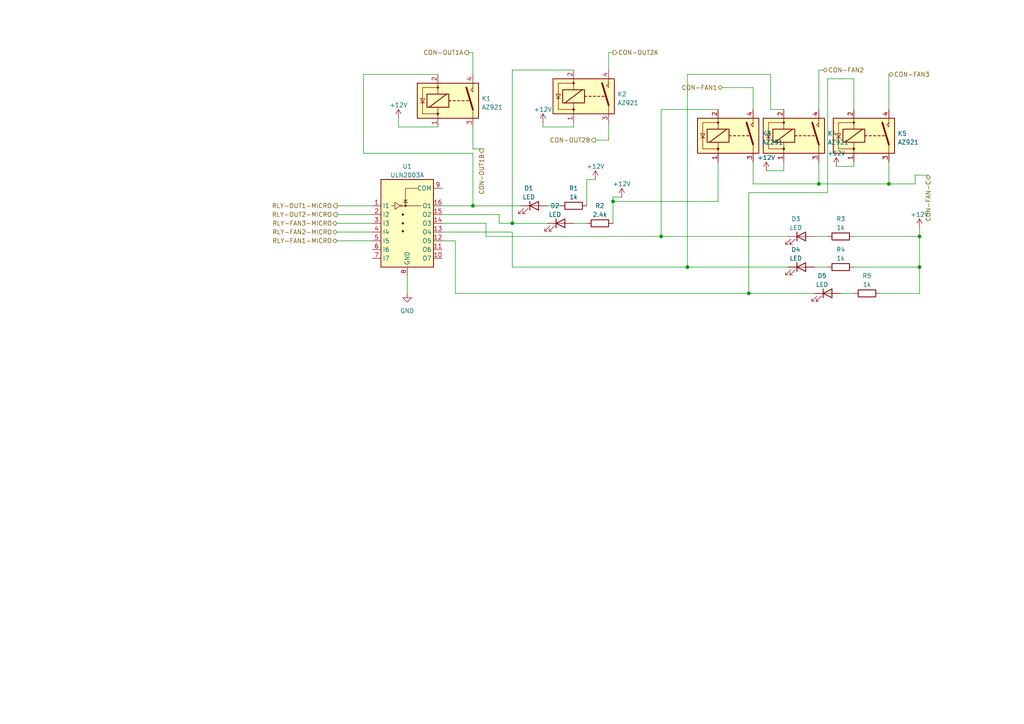
<source format=kicad_sch>
(kicad_sch (version 20230121) (generator eeschema)

  (uuid a0bf2ffc-8bc0-4659-a551-8dfe9375225a)

  (paper "A4")

  (lib_symbols
    (symbol "Device:LED" (pin_numbers hide) (pin_names (offset 1.016) hide) (in_bom yes) (on_board yes)
      (property "Reference" "D" (at 0 2.54 0)
        (effects (font (size 1.27 1.27)))
      )
      (property "Value" "LED" (at 0 -2.54 0)
        (effects (font (size 1.27 1.27)))
      )
      (property "Footprint" "" (at 0 0 0)
        (effects (font (size 1.27 1.27)) hide)
      )
      (property "Datasheet" "~" (at 0 0 0)
        (effects (font (size 1.27 1.27)) hide)
      )
      (property "ki_keywords" "LED diode" (at 0 0 0)
        (effects (font (size 1.27 1.27)) hide)
      )
      (property "ki_description" "Light emitting diode" (at 0 0 0)
        (effects (font (size 1.27 1.27)) hide)
      )
      (property "ki_fp_filters" "LED* LED_SMD:* LED_THT:*" (at 0 0 0)
        (effects (font (size 1.27 1.27)) hide)
      )
      (symbol "LED_0_1"
        (polyline
          (pts
            (xy -1.27 -1.27)
            (xy -1.27 1.27)
          )
          (stroke (width 0.254) (type default))
          (fill (type none))
        )
        (polyline
          (pts
            (xy -1.27 0)
            (xy 1.27 0)
          )
          (stroke (width 0) (type default))
          (fill (type none))
        )
        (polyline
          (pts
            (xy 1.27 -1.27)
            (xy 1.27 1.27)
            (xy -1.27 0)
            (xy 1.27 -1.27)
          )
          (stroke (width 0.254) (type default))
          (fill (type none))
        )
        (polyline
          (pts
            (xy -3.048 -0.762)
            (xy -4.572 -2.286)
            (xy -3.81 -2.286)
            (xy -4.572 -2.286)
            (xy -4.572 -1.524)
          )
          (stroke (width 0) (type default))
          (fill (type none))
        )
        (polyline
          (pts
            (xy -1.778 -0.762)
            (xy -3.302 -2.286)
            (xy -2.54 -2.286)
            (xy -3.302 -2.286)
            (xy -3.302 -1.524)
          )
          (stroke (width 0) (type default))
          (fill (type none))
        )
      )
      (symbol "LED_1_1"
        (pin passive line (at -3.81 0 0) (length 2.54)
          (name "K" (effects (font (size 1.27 1.27))))
          (number "1" (effects (font (size 1.27 1.27))))
        )
        (pin passive line (at 3.81 0 180) (length 2.54)
          (name "A" (effects (font (size 1.27 1.27))))
          (number "2" (effects (font (size 1.27 1.27))))
        )
      )
    )
    (symbol "Device:R" (pin_numbers hide) (pin_names (offset 0)) (in_bom yes) (on_board yes)
      (property "Reference" "R" (at 2.032 0 90)
        (effects (font (size 1.27 1.27)))
      )
      (property "Value" "R" (at 0 0 90)
        (effects (font (size 1.27 1.27)))
      )
      (property "Footprint" "" (at -1.778 0 90)
        (effects (font (size 1.27 1.27)) hide)
      )
      (property "Datasheet" "~" (at 0 0 0)
        (effects (font (size 1.27 1.27)) hide)
      )
      (property "ki_keywords" "R res resistor" (at 0 0 0)
        (effects (font (size 1.27 1.27)) hide)
      )
      (property "ki_description" "Resistor" (at 0 0 0)
        (effects (font (size 1.27 1.27)) hide)
      )
      (property "ki_fp_filters" "R_*" (at 0 0 0)
        (effects (font (size 1.27 1.27)) hide)
      )
      (symbol "R_0_1"
        (rectangle (start -1.016 -2.54) (end 1.016 2.54)
          (stroke (width 0.254) (type default))
          (fill (type none))
        )
      )
      (symbol "R_1_1"
        (pin passive line (at 0 3.81 270) (length 1.27)
          (name "~" (effects (font (size 1.27 1.27))))
          (number "1" (effects (font (size 1.27 1.27))))
        )
        (pin passive line (at 0 -3.81 90) (length 1.27)
          (name "~" (effects (font (size 1.27 1.27))))
          (number "2" (effects (font (size 1.27 1.27))))
        )
      )
    )
    (symbol "Relay:UMS05-1A80-75D" (in_bom yes) (on_board yes)
      (property "Reference" "K" (at 7.62 3.81 0)
        (effects (font (size 1.27 1.27)) (justify left))
      )
      (property "Value" "UMS05-1A80-75D" (at 7.62 1.27 0)
        (effects (font (size 1.27 1.27)) (justify left))
      )
      (property "Footprint" "Relay_THT:Relay_StandexMeder_UMS" (at 7.62 -1.27 0)
        (effects (font (size 1.27 1.27)) (justify left) hide)
      )
      (property "Datasheet" "https://standexelectronics.com/wp-content/uploads/datasheets/43/4305180175d.pdf" (at 0 0 0)
        (effects (font (size 1.27 1.27)) hide)
      )
      (property "ki_keywords" "Single Pole Reed Relay SPST" (at 0 0 0)
        (effects (font (size 1.27 1.27)) hide)
      )
      (property "ki_description" "Standex Meder UMS reed relay, SPST, Closing Contact, with diode" (at 0 0 0)
        (effects (font (size 1.27 1.27)) hide)
      )
      (property "ki_fp_filters" "Relay*StandexMeder*UMS*" (at 0 0 0)
        (effects (font (size 1.27 1.27)) hide)
      )
      (symbol "UMS05-1A80-75D_0_0"
        (polyline
          (pts
            (xy 5.08 5.08)
            (xy 5.08 2.54)
            (xy 4.445 3.175)
            (xy 5.08 3.81)
          )
          (stroke (width 0) (type default))
          (fill (type none))
        )
      )
      (symbol "UMS05-1A80-75D_0_1"
        (rectangle (start -11.049 5.08) (end 6.731 -5.08)
          (stroke (width 0.254) (type default))
          (fill (type background))
        )
        (rectangle (start -8.255 1.905) (end -1.905 -1.905)
          (stroke (width 0.254) (type default))
          (fill (type none))
        )
        (circle (center -5.08 -3.81) (radius 0.2794)
          (stroke (width 0) (type default))
          (fill (type outline))
        )
        (circle (center -5.08 3.81) (radius 0.254)
          (stroke (width 0) (type default))
          (fill (type outline))
        )
        (polyline
          (pts
            (xy -8.89 -0.635)
            (xy -10.16 -0.635)
          )
          (stroke (width 0) (type default))
          (fill (type none))
        )
        (polyline
          (pts
            (xy -7.62 -1.905)
            (xy -2.54 1.905)
          )
          (stroke (width 0.254) (type default))
          (fill (type none))
        )
        (polyline
          (pts
            (xy -5.08 -5.08)
            (xy -5.08 -1.905)
          )
          (stroke (width 0) (type default))
          (fill (type none))
        )
        (polyline
          (pts
            (xy -5.08 5.08)
            (xy -5.08 1.905)
          )
          (stroke (width 0) (type default))
          (fill (type none))
        )
        (polyline
          (pts
            (xy -1.905 0)
            (xy -1.27 0)
          )
          (stroke (width 0.254) (type default))
          (fill (type none))
        )
        (polyline
          (pts
            (xy -0.635 0)
            (xy 0 0)
          )
          (stroke (width 0.254) (type default))
          (fill (type none))
        )
        (polyline
          (pts
            (xy 0.635 0)
            (xy 1.27 0)
          )
          (stroke (width 0.254) (type default))
          (fill (type none))
        )
        (polyline
          (pts
            (xy 1.905 0)
            (xy 2.54 0)
          )
          (stroke (width 0.254) (type default))
          (fill (type none))
        )
        (polyline
          (pts
            (xy 3.175 0)
            (xy 3.81 0)
          )
          (stroke (width 0.254) (type default))
          (fill (type none))
        )
        (polyline
          (pts
            (xy 5.08 -2.54)
            (xy 3.175 3.81)
          )
          (stroke (width 0.508) (type default))
          (fill (type none))
        )
        (polyline
          (pts
            (xy 5.08 -2.54)
            (xy 5.08 -5.08)
          )
          (stroke (width 0) (type default))
          (fill (type none))
        )
        (polyline
          (pts
            (xy -9.525 -0.635)
            (xy -10.16 0.635)
            (xy -8.89 0.635)
            (xy -9.525 -0.635)
          )
          (stroke (width 0) (type default))
          (fill (type none))
        )
        (polyline
          (pts
            (xy -5.08 3.81)
            (xy -9.525 3.81)
            (xy -9.525 -3.81)
            (xy -5.08 -3.81)
          )
          (stroke (width 0) (type default))
          (fill (type none))
        )
      )
      (symbol "UMS05-1A80-75D_1_1"
        (pin passive line (at -5.08 -7.62 90) (length 2.54)
          (name "~" (effects (font (size 1.27 1.27))))
          (number "1" (effects (font (size 1.27 1.27))))
        )
        (pin passive line (at -5.08 7.62 270) (length 2.54)
          (name "~" (effects (font (size 1.27 1.27))))
          (number "2" (effects (font (size 1.27 1.27))))
        )
        (pin passive line (at 5.08 -7.62 90) (length 2.54)
          (name "~" (effects (font (size 1.27 1.27))))
          (number "3" (effects (font (size 1.27 1.27))))
        )
        (pin passive line (at 5.08 7.62 270) (length 2.54)
          (name "~" (effects (font (size 1.27 1.27))))
          (number "4" (effects (font (size 1.27 1.27))))
        )
      )
    )
    (symbol "Transistor_Array:ULN2003A" (in_bom yes) (on_board yes)
      (property "Reference" "U" (at 0 15.875 0)
        (effects (font (size 1.27 1.27)))
      )
      (property "Value" "ULN2003A" (at 0 13.97 0)
        (effects (font (size 1.27 1.27)))
      )
      (property "Footprint" "" (at 1.27 -13.97 0)
        (effects (font (size 1.27 1.27)) (justify left) hide)
      )
      (property "Datasheet" "http://www.ti.com/lit/ds/symlink/uln2003a.pdf" (at 2.54 -5.08 0)
        (effects (font (size 1.27 1.27)) hide)
      )
      (property "ki_keywords" "darlington transistor array" (at 0 0 0)
        (effects (font (size 1.27 1.27)) hide)
      )
      (property "ki_description" "High Voltage, High Current Darlington Transistor Arrays, SOIC16/SOIC16W/DIP16/TSSOP16" (at 0 0 0)
        (effects (font (size 1.27 1.27)) hide)
      )
      (property "ki_fp_filters" "DIP*W7.62mm* SOIC*3.9x9.9mm*P1.27mm* SSOP*4.4x5.2mm*P0.65mm* TSSOP*4.4x5mm*P0.65mm* SOIC*W*5.3x10.2mm*P1.27mm*" (at 0 0 0)
        (effects (font (size 1.27 1.27)) hide)
      )
      (symbol "ULN2003A_0_1"
        (rectangle (start -7.62 -12.7) (end 7.62 12.7)
          (stroke (width 0.254) (type default))
          (fill (type background))
        )
        (circle (center -1.778 5.08) (radius 0.254)
          (stroke (width 0) (type default))
          (fill (type none))
        )
        (circle (center -1.27 -2.286) (radius 0.254)
          (stroke (width 0) (type default))
          (fill (type outline))
        )
        (circle (center -1.27 0) (radius 0.254)
          (stroke (width 0) (type default))
          (fill (type outline))
        )
        (circle (center -1.27 2.54) (radius 0.254)
          (stroke (width 0) (type default))
          (fill (type outline))
        )
        (circle (center -0.508 5.08) (radius 0.254)
          (stroke (width 0) (type default))
          (fill (type outline))
        )
        (polyline
          (pts
            (xy -4.572 5.08)
            (xy -3.556 5.08)
          )
          (stroke (width 0) (type default))
          (fill (type none))
        )
        (polyline
          (pts
            (xy -1.524 5.08)
            (xy 4.064 5.08)
          )
          (stroke (width 0) (type default))
          (fill (type none))
        )
        (polyline
          (pts
            (xy 0 6.731)
            (xy -1.016 6.731)
          )
          (stroke (width 0) (type default))
          (fill (type none))
        )
        (polyline
          (pts
            (xy -0.508 5.08)
            (xy -0.508 10.16)
            (xy 2.921 10.16)
          )
          (stroke (width 0) (type default))
          (fill (type none))
        )
        (polyline
          (pts
            (xy -3.556 6.096)
            (xy -3.556 4.064)
            (xy -2.032 5.08)
            (xy -3.556 6.096)
          )
          (stroke (width 0) (type default))
          (fill (type none))
        )
        (polyline
          (pts
            (xy 0 5.969)
            (xy -1.016 5.969)
            (xy -0.508 6.731)
            (xy 0 5.969)
          )
          (stroke (width 0) (type default))
          (fill (type none))
        )
      )
      (symbol "ULN2003A_1_1"
        (pin input line (at -10.16 5.08 0) (length 2.54)
          (name "I1" (effects (font (size 1.27 1.27))))
          (number "1" (effects (font (size 1.27 1.27))))
        )
        (pin open_collector line (at 10.16 -10.16 180) (length 2.54)
          (name "O7" (effects (font (size 1.27 1.27))))
          (number "10" (effects (font (size 1.27 1.27))))
        )
        (pin open_collector line (at 10.16 -7.62 180) (length 2.54)
          (name "O6" (effects (font (size 1.27 1.27))))
          (number "11" (effects (font (size 1.27 1.27))))
        )
        (pin open_collector line (at 10.16 -5.08 180) (length 2.54)
          (name "O5" (effects (font (size 1.27 1.27))))
          (number "12" (effects (font (size 1.27 1.27))))
        )
        (pin open_collector line (at 10.16 -2.54 180) (length 2.54)
          (name "O4" (effects (font (size 1.27 1.27))))
          (number "13" (effects (font (size 1.27 1.27))))
        )
        (pin open_collector line (at 10.16 0 180) (length 2.54)
          (name "O3" (effects (font (size 1.27 1.27))))
          (number "14" (effects (font (size 1.27 1.27))))
        )
        (pin open_collector line (at 10.16 2.54 180) (length 2.54)
          (name "O2" (effects (font (size 1.27 1.27))))
          (number "15" (effects (font (size 1.27 1.27))))
        )
        (pin open_collector line (at 10.16 5.08 180) (length 2.54)
          (name "O1" (effects (font (size 1.27 1.27))))
          (number "16" (effects (font (size 1.27 1.27))))
        )
        (pin input line (at -10.16 2.54 0) (length 2.54)
          (name "I2" (effects (font (size 1.27 1.27))))
          (number "2" (effects (font (size 1.27 1.27))))
        )
        (pin input line (at -10.16 0 0) (length 2.54)
          (name "I3" (effects (font (size 1.27 1.27))))
          (number "3" (effects (font (size 1.27 1.27))))
        )
        (pin input line (at -10.16 -2.54 0) (length 2.54)
          (name "I4" (effects (font (size 1.27 1.27))))
          (number "4" (effects (font (size 1.27 1.27))))
        )
        (pin input line (at -10.16 -5.08 0) (length 2.54)
          (name "I5" (effects (font (size 1.27 1.27))))
          (number "5" (effects (font (size 1.27 1.27))))
        )
        (pin input line (at -10.16 -7.62 0) (length 2.54)
          (name "I6" (effects (font (size 1.27 1.27))))
          (number "6" (effects (font (size 1.27 1.27))))
        )
        (pin input line (at -10.16 -10.16 0) (length 2.54)
          (name "I7" (effects (font (size 1.27 1.27))))
          (number "7" (effects (font (size 1.27 1.27))))
        )
        (pin power_in line (at 0 -15.24 90) (length 2.54)
          (name "GND" (effects (font (size 1.27 1.27))))
          (number "8" (effects (font (size 1.27 1.27))))
        )
        (pin passive line (at 10.16 10.16 180) (length 2.54)
          (name "COM" (effects (font (size 1.27 1.27))))
          (number "9" (effects (font (size 1.27 1.27))))
        )
      )
    )
    (symbol "power:+12V" (power) (pin_names (offset 0)) (in_bom yes) (on_board yes)
      (property "Reference" "#PWR" (at 0 -3.81 0)
        (effects (font (size 1.27 1.27)) hide)
      )
      (property "Value" "+12V" (at 0 3.556 0)
        (effects (font (size 1.27 1.27)))
      )
      (property "Footprint" "" (at 0 0 0)
        (effects (font (size 1.27 1.27)) hide)
      )
      (property "Datasheet" "" (at 0 0 0)
        (effects (font (size 1.27 1.27)) hide)
      )
      (property "ki_keywords" "global power" (at 0 0 0)
        (effects (font (size 1.27 1.27)) hide)
      )
      (property "ki_description" "Power symbol creates a global label with name \"+12V\"" (at 0 0 0)
        (effects (font (size 1.27 1.27)) hide)
      )
      (symbol "+12V_0_1"
        (polyline
          (pts
            (xy -0.762 1.27)
            (xy 0 2.54)
          )
          (stroke (width 0) (type default))
          (fill (type none))
        )
        (polyline
          (pts
            (xy 0 0)
            (xy 0 2.54)
          )
          (stroke (width 0) (type default))
          (fill (type none))
        )
        (polyline
          (pts
            (xy 0 2.54)
            (xy 0.762 1.27)
          )
          (stroke (width 0) (type default))
          (fill (type none))
        )
      )
      (symbol "+12V_1_1"
        (pin power_in line (at 0 0 90) (length 0) hide
          (name "+12V" (effects (font (size 1.27 1.27))))
          (number "1" (effects (font (size 1.27 1.27))))
        )
      )
    )
    (symbol "power:GND" (power) (pin_names (offset 0)) (in_bom yes) (on_board yes)
      (property "Reference" "#PWR" (at 0 -6.35 0)
        (effects (font (size 1.27 1.27)) hide)
      )
      (property "Value" "GND" (at 0 -3.81 0)
        (effects (font (size 1.27 1.27)))
      )
      (property "Footprint" "" (at 0 0 0)
        (effects (font (size 1.27 1.27)) hide)
      )
      (property "Datasheet" "" (at 0 0 0)
        (effects (font (size 1.27 1.27)) hide)
      )
      (property "ki_keywords" "global power" (at 0 0 0)
        (effects (font (size 1.27 1.27)) hide)
      )
      (property "ki_description" "Power symbol creates a global label with name \"GND\" , ground" (at 0 0 0)
        (effects (font (size 1.27 1.27)) hide)
      )
      (symbol "GND_0_1"
        (polyline
          (pts
            (xy 0 0)
            (xy 0 -1.27)
            (xy 1.27 -1.27)
            (xy 0 -2.54)
            (xy -1.27 -1.27)
            (xy 0 -1.27)
          )
          (stroke (width 0) (type default))
          (fill (type none))
        )
      )
      (symbol "GND_1_1"
        (pin power_in line (at 0 0 270) (length 0) hide
          (name "GND" (effects (font (size 1.27 1.27))))
          (number "1" (effects (font (size 1.27 1.27))))
        )
      )
    )
  )

  (junction (at 137.16 59.69) (diameter 0) (color 0 0 0 0)
    (uuid 020f5333-d9bb-4ac2-be80-b1bbc9ac0546)
  )
  (junction (at 191.77 68.58) (diameter 0) (color 0 0 0 0)
    (uuid 081c1f85-5339-4f42-af5a-7b2fd82b676f)
  )
  (junction (at 266.7 77.47) (diameter 0) (color 0 0 0 0)
    (uuid 37a7fb0b-7af1-4920-adc9-984dc0d0b68d)
  )
  (junction (at 257.81 53.34) (diameter 0) (color 0 0 0 0)
    (uuid 3a47ee51-9ba0-478a-89bc-eb94b93d8213)
  )
  (junction (at 177.8 58.42) (diameter 0) (color 0 0 0 0)
    (uuid 45e63dfb-8501-4830-833c-511bae09c79f)
  )
  (junction (at 266.7 68.58) (diameter 0) (color 0 0 0 0)
    (uuid 9186e5ca-ba56-4a09-abe3-53b0c00ff6b7)
  )
  (junction (at 217.17 85.09) (diameter 0) (color 0 0 0 0)
    (uuid b0db4846-ae6a-4ba1-8dcb-841a6a81ef62)
  )
  (junction (at 237.49 53.34) (diameter 0) (color 0 0 0 0)
    (uuid bc0e6f07-aaf9-4b53-8553-985e443866be)
  )
  (junction (at 199.39 77.47) (diameter 0) (color 0 0 0 0)
    (uuid e43c7674-f008-4790-a3a8-908f70fa270b)
  )
  (junction (at 148.59 64.77) (diameter 0) (color 0 0 0 0)
    (uuid f6141caf-3329-4d32-9edd-bb30ac2ea021)
  )

  (wire (pts (xy 227.33 46.99) (xy 227.33 49.53))
    (stroke (width 0) (type default))
    (uuid 00337a07-dca2-40f1-907a-343c7cf1bb79)
  )
  (wire (pts (xy 118.11 80.01) (xy 118.11 85.09))
    (stroke (width 0) (type default))
    (uuid 015b072e-6466-4a42-9dab-38eaabe37c51)
  )
  (wire (pts (xy 177.8 57.15) (xy 180.34 57.15))
    (stroke (width 0) (type default))
    (uuid 01f4243f-fcf0-4516-934c-f2e4d1154038)
  )
  (wire (pts (xy 105.41 21.59) (xy 105.41 44.45))
    (stroke (width 0) (type default))
    (uuid 074ff43a-fde0-4351-8fe6-dc78b4710137)
  )
  (wire (pts (xy 217.17 85.09) (xy 236.22 85.09))
    (stroke (width 0) (type default))
    (uuid 0924ef8d-847d-42e4-b91a-2ef6aaac29d9)
  )
  (wire (pts (xy 227.33 49.53) (xy 222.25 49.53))
    (stroke (width 0) (type default))
    (uuid 097660a0-3e75-416e-93bb-00e62ea700cc)
  )
  (wire (pts (xy 177.8 58.42) (xy 177.8 57.15))
    (stroke (width 0) (type default))
    (uuid 0c3e9657-cb59-4c24-9155-66f22ae220fa)
  )
  (wire (pts (xy 97.79 69.85) (xy 107.95 69.85))
    (stroke (width 0) (type default))
    (uuid 13ea522d-4ea8-4a29-b82c-19367022ab25)
  )
  (wire (pts (xy 237.49 53.34) (xy 257.81 53.34))
    (stroke (width 0) (type default))
    (uuid 13ec9c19-f618-4508-99bf-5cd90232e7d9)
  )
  (wire (pts (xy 247.65 48.26) (xy 242.57 48.26))
    (stroke (width 0) (type default))
    (uuid 162afe26-e5a3-4d15-8c7c-64a0c655f0d7)
  )
  (wire (pts (xy 199.39 77.47) (xy 228.6 77.47))
    (stroke (width 0) (type default))
    (uuid 1baf9d09-038e-4b6b-80eb-f7f41dd813d1)
  )
  (wire (pts (xy 265.43 50.8) (xy 269.24 50.8))
    (stroke (width 0) (type default))
    (uuid 217c1534-6d8d-4a0c-9d21-fec45f598230)
  )
  (wire (pts (xy 266.7 68.58) (xy 266.7 77.47))
    (stroke (width 0) (type default))
    (uuid 260477f9-de73-4b19-85ef-225ee17e72dd)
  )
  (wire (pts (xy 137.16 43.18) (xy 137.16 36.83))
    (stroke (width 0) (type default))
    (uuid 2bc51dc7-f9d6-40de-ba29-4e462836f586)
  )
  (wire (pts (xy 243.84 85.09) (xy 247.65 85.09))
    (stroke (width 0) (type default))
    (uuid 2cea47ef-0ab0-4403-85c0-5549fac3bdf5)
  )
  (wire (pts (xy 166.37 36.83) (xy 157.48 36.83))
    (stroke (width 0) (type default))
    (uuid 2e403e27-9670-4f00-ade5-a672409f601e)
  )
  (wire (pts (xy 237.49 20.32) (xy 238.76 20.32))
    (stroke (width 0) (type default))
    (uuid 345ca7f9-9a58-4bd4-a5c7-8fb86c6a873a)
  )
  (wire (pts (xy 191.77 68.58) (xy 228.6 68.58))
    (stroke (width 0) (type default))
    (uuid 356e4ea8-9862-47ba-bb96-5b9433ff7eed)
  )
  (wire (pts (xy 148.59 67.31) (xy 148.59 77.47))
    (stroke (width 0) (type default))
    (uuid 36021232-d0cb-4ece-8681-6c7716900636)
  )
  (wire (pts (xy 137.16 59.69) (xy 151.13 59.69))
    (stroke (width 0) (type default))
    (uuid 370efa40-105f-4306-afe0-0da03850befa)
  )
  (wire (pts (xy 137.16 21.59) (xy 137.16 15.24))
    (stroke (width 0) (type default))
    (uuid 3810b5b2-0676-4ffb-bd13-b16522f4da79)
  )
  (wire (pts (xy 257.81 46.99) (xy 257.81 53.34))
    (stroke (width 0) (type default))
    (uuid 4231f286-bb59-4b6b-8a4e-d09480e99d4d)
  )
  (wire (pts (xy 127 36.83) (xy 115.57 36.83))
    (stroke (width 0) (type default))
    (uuid 459c1373-a01c-435a-9364-15a51745f108)
  )
  (wire (pts (xy 208.28 46.99) (xy 208.28 58.42))
    (stroke (width 0) (type default))
    (uuid 4755399a-a85d-4589-8a67-af5c223f72b6)
  )
  (wire (pts (xy 132.08 85.09) (xy 132.08 69.85))
    (stroke (width 0) (type default))
    (uuid 4d233fe4-4651-44a2-b9f6-6ad7362e18a9)
  )
  (wire (pts (xy 170.18 59.69) (xy 170.18 52.07))
    (stroke (width 0) (type default))
    (uuid 4ea3ba2e-282b-4303-ac7d-c2b4b9d21d3b)
  )
  (wire (pts (xy 166.37 20.32) (xy 148.59 20.32))
    (stroke (width 0) (type default))
    (uuid 50965ba1-45e8-4293-be05-0992b97294ef)
  )
  (wire (pts (xy 176.53 15.24) (xy 177.8 15.24))
    (stroke (width 0) (type default))
    (uuid 55886a7b-4969-42dd-921c-8de6a4073870)
  )
  (wire (pts (xy 240.03 55.88) (xy 217.17 55.88))
    (stroke (width 0) (type default))
    (uuid 58d73d2e-9045-4361-92c3-3aa5ac1bf07a)
  )
  (wire (pts (xy 177.8 58.42) (xy 177.8 64.77))
    (stroke (width 0) (type default))
    (uuid 597520cc-8f8e-465a-9b56-a356b83104cb)
  )
  (wire (pts (xy 170.18 52.07) (xy 172.72 52.07))
    (stroke (width 0) (type default))
    (uuid 5de6b760-d827-473b-8642-7278757f15a8)
  )
  (wire (pts (xy 236.22 77.47) (xy 240.03 77.47))
    (stroke (width 0) (type default))
    (uuid 679e44e3-9b67-417a-be79-f0e52dffcbb7)
  )
  (wire (pts (xy 140.97 68.58) (xy 140.97 64.77))
    (stroke (width 0) (type default))
    (uuid 6867e3a4-15d9-4d61-b87a-ed333274b3e9)
  )
  (wire (pts (xy 266.7 66.04) (xy 266.7 68.58))
    (stroke (width 0) (type default))
    (uuid 6ad42156-2966-4cc3-a032-c4b2dbfa19cc)
  )
  (wire (pts (xy 137.16 15.24) (xy 135.89 15.24))
    (stroke (width 0) (type default))
    (uuid 6bad9316-ed17-400c-9af2-8cd989f8a598)
  )
  (wire (pts (xy 157.48 36.83) (xy 157.48 35.56))
    (stroke (width 0) (type default))
    (uuid 6c1fd766-e8c3-4131-8c7f-4332eeed9415)
  )
  (wire (pts (xy 132.08 69.85) (xy 128.27 69.85))
    (stroke (width 0) (type default))
    (uuid 6e8467a6-57c9-44b1-a797-9a1f8ca805ee)
  )
  (wire (pts (xy 148.59 64.77) (xy 158.75 64.77))
    (stroke (width 0) (type default))
    (uuid 73c981d5-e82e-4b05-bf38-b2cce197c91e)
  )
  (wire (pts (xy 148.59 20.32) (xy 148.59 64.77))
    (stroke (width 0) (type default))
    (uuid 78081d9f-6ed2-4229-bd00-24ed9c77c870)
  )
  (wire (pts (xy 97.79 62.23) (xy 107.95 62.23))
    (stroke (width 0) (type default))
    (uuid 7d6bd97c-9eb8-422e-82e1-cd267d2f578b)
  )
  (wire (pts (xy 128.27 67.31) (xy 148.59 67.31))
    (stroke (width 0) (type default))
    (uuid 814c26f3-a1e7-44fc-8da0-07175313d1af)
  )
  (wire (pts (xy 218.44 46.99) (xy 218.44 53.34))
    (stroke (width 0) (type default))
    (uuid 828c31b7-ac52-45f9-81bf-e752c1d1aadb)
  )
  (wire (pts (xy 166.37 35.56) (xy 166.37 36.83))
    (stroke (width 0) (type default))
    (uuid 84db288a-20ba-4135-ae40-203923b48a9b)
  )
  (wire (pts (xy 128.27 62.23) (xy 144.78 62.23))
    (stroke (width 0) (type default))
    (uuid 84f82283-909e-4347-9f28-0ffe871d8c1a)
  )
  (wire (pts (xy 265.43 53.34) (xy 265.43 50.8))
    (stroke (width 0) (type default))
    (uuid 85db60d4-5756-47ea-8dc1-d37bacab4d99)
  )
  (wire (pts (xy 237.49 46.99) (xy 237.49 53.34))
    (stroke (width 0) (type default))
    (uuid 8b3458f3-9b86-46b8-a95f-48babc5d9132)
  )
  (wire (pts (xy 140.97 68.58) (xy 191.77 68.58))
    (stroke (width 0) (type default))
    (uuid 8fb7f578-d4f0-4f8f-9bad-05b2a06d4e68)
  )
  (wire (pts (xy 257.81 53.34) (xy 265.43 53.34))
    (stroke (width 0) (type default))
    (uuid 914647c4-4b40-49f9-8703-0866fbd32644)
  )
  (wire (pts (xy 166.37 64.77) (xy 170.18 64.77))
    (stroke (width 0) (type default))
    (uuid 91ecc29a-05bc-4cae-80cd-fdf7429be124)
  )
  (wire (pts (xy 240.03 22.86) (xy 240.03 55.88))
    (stroke (width 0) (type default))
    (uuid 92f92d2a-ee32-4493-8b5b-6a855f19fd19)
  )
  (wire (pts (xy 223.52 31.75) (xy 223.52 21.59))
    (stroke (width 0) (type default))
    (uuid 940372d2-0f2e-436f-b802-ec4d7a578140)
  )
  (wire (pts (xy 247.65 46.99) (xy 247.65 48.26))
    (stroke (width 0) (type default))
    (uuid 940af940-f53e-4a91-af22-7440b7ca6e1c)
  )
  (wire (pts (xy 255.27 85.09) (xy 266.7 85.09))
    (stroke (width 0) (type default))
    (uuid 94a78ee5-f31b-4444-ad4a-4f88229804da)
  )
  (wire (pts (xy 247.65 31.75) (xy 247.65 22.86))
    (stroke (width 0) (type default))
    (uuid 94c1bd31-959b-431e-893d-017c2facc8b7)
  )
  (wire (pts (xy 158.75 59.69) (xy 162.56 59.69))
    (stroke (width 0) (type default))
    (uuid 96c4b4a0-5e3a-4bae-9f37-a23045dbb978)
  )
  (wire (pts (xy 144.78 64.77) (xy 148.59 64.77))
    (stroke (width 0) (type default))
    (uuid 98c73ef7-e313-49a2-8191-4da34c3d4b28)
  )
  (wire (pts (xy 105.41 44.45) (xy 137.16 44.45))
    (stroke (width 0) (type default))
    (uuid 9efd864c-474b-4dc0-b056-71f2cbef3421)
  )
  (wire (pts (xy 148.59 77.47) (xy 199.39 77.47))
    (stroke (width 0) (type default))
    (uuid 9f76688f-5901-4abb-ae1a-cd755ed2450f)
  )
  (wire (pts (xy 208.28 31.75) (xy 191.77 31.75))
    (stroke (width 0) (type default))
    (uuid a055aab3-54a1-4aba-adb7-cf3eb1663276)
  )
  (wire (pts (xy 97.79 64.77) (xy 107.95 64.77))
    (stroke (width 0) (type default))
    (uuid a1a53087-1ab8-4c75-9071-a8506f3f5786)
  )
  (wire (pts (xy 236.22 68.58) (xy 240.03 68.58))
    (stroke (width 0) (type default))
    (uuid a59a8039-5b15-49b1-b0bd-f0f53318f657)
  )
  (wire (pts (xy 132.08 85.09) (xy 217.17 85.09))
    (stroke (width 0) (type default))
    (uuid ae15b883-3595-45fd-87c8-03eb7d1cf665)
  )
  (wire (pts (xy 199.39 21.59) (xy 199.39 77.47))
    (stroke (width 0) (type default))
    (uuid b015b55b-f17c-4d6b-9b23-5a9959fa99f8)
  )
  (wire (pts (xy 139.7 43.18) (xy 137.16 43.18))
    (stroke (width 0) (type default))
    (uuid b3e4c256-011e-4f6c-8052-edc18ea0837e)
  )
  (wire (pts (xy 218.44 53.34) (xy 237.49 53.34))
    (stroke (width 0) (type default))
    (uuid b6cc2ca0-9941-40e5-a85e-081768e945cc)
  )
  (wire (pts (xy 266.7 77.47) (xy 266.7 85.09))
    (stroke (width 0) (type default))
    (uuid baa2e873-c402-45c0-bc15-1c6d68d101f0)
  )
  (wire (pts (xy 208.28 58.42) (xy 177.8 58.42))
    (stroke (width 0) (type default))
    (uuid bf9aa122-0d50-4ad7-8333-ee7a93af09fb)
  )
  (wire (pts (xy 227.33 31.75) (xy 223.52 31.75))
    (stroke (width 0) (type default))
    (uuid c0dc7ce0-6e87-4640-8677-1c98198a20f4)
  )
  (wire (pts (xy 115.57 36.83) (xy 115.57 34.29))
    (stroke (width 0) (type default))
    (uuid c1a0a456-74d5-44b8-a1e1-174abdcfde98)
  )
  (wire (pts (xy 97.79 67.31) (xy 107.95 67.31))
    (stroke (width 0) (type default))
    (uuid c5183d57-392d-48c3-b84a-10fb404f1bde)
  )
  (wire (pts (xy 176.53 20.32) (xy 176.53 15.24))
    (stroke (width 0) (type default))
    (uuid cd8f1a65-6d40-4d25-8383-c20520b568d1)
  )
  (wire (pts (xy 176.53 40.64) (xy 176.53 35.56))
    (stroke (width 0) (type default))
    (uuid ce9be479-8c52-4421-a46c-075487ccf2b5)
  )
  (wire (pts (xy 223.52 21.59) (xy 199.39 21.59))
    (stroke (width 0) (type default))
    (uuid cf24d5ee-6eff-4fb1-81cf-9d4dec05d9a5)
  )
  (wire (pts (xy 247.65 68.58) (xy 266.7 68.58))
    (stroke (width 0) (type default))
    (uuid d102c864-1bfe-4bea-b170-0850749924e7)
  )
  (wire (pts (xy 247.65 22.86) (xy 240.03 22.86))
    (stroke (width 0) (type default))
    (uuid d130f9a5-7610-4acf-81ec-1bef1188cced)
  )
  (wire (pts (xy 217.17 55.88) (xy 217.17 85.09))
    (stroke (width 0) (type default))
    (uuid d268457b-9b00-43ca-898e-3a386d1e3944)
  )
  (wire (pts (xy 172.72 40.64) (xy 176.53 40.64))
    (stroke (width 0) (type default))
    (uuid d7e0278c-f9d9-43e4-8f8d-c566a05d2d62)
  )
  (wire (pts (xy 127 21.59) (xy 105.41 21.59))
    (stroke (width 0) (type default))
    (uuid d90b81fd-00dc-48b2-a9dd-756b6af2eca7)
  )
  (wire (pts (xy 218.44 31.75) (xy 218.44 25.4))
    (stroke (width 0) (type default))
    (uuid d9cfcc28-c9c2-46b3-bab3-c9e4cab82112)
  )
  (wire (pts (xy 137.16 44.45) (xy 137.16 59.69))
    (stroke (width 0) (type default))
    (uuid e47b1da6-d187-4a1e-9c09-1bef36d517a2)
  )
  (wire (pts (xy 218.44 25.4) (xy 209.55 25.4))
    (stroke (width 0) (type default))
    (uuid e7b61730-3e4a-44ea-b62c-f871fa50df58)
  )
  (wire (pts (xy 257.81 21.59) (xy 257.81 31.75))
    (stroke (width 0) (type default))
    (uuid f16983a0-e8f7-435b-8eb3-1ec1d435dd34)
  )
  (wire (pts (xy 237.49 31.75) (xy 237.49 20.32))
    (stroke (width 0) (type default))
    (uuid f3b832de-6954-4fe1-bcab-f2a16f523b59)
  )
  (wire (pts (xy 144.78 62.23) (xy 144.78 64.77))
    (stroke (width 0) (type default))
    (uuid f3e7f2d8-2707-408e-b27a-e62429fb8dd5)
  )
  (wire (pts (xy 247.65 77.47) (xy 266.7 77.47))
    (stroke (width 0) (type default))
    (uuid f5fc0a74-2bc5-4d65-9b0b-26e4f295aa1a)
  )
  (wire (pts (xy 191.77 31.75) (xy 191.77 68.58))
    (stroke (width 0) (type default))
    (uuid f8953627-7ccd-4c6f-a2ac-52f2f56d7c7c)
  )
  (wire (pts (xy 128.27 64.77) (xy 140.97 64.77))
    (stroke (width 0) (type default))
    (uuid fae7e85c-636c-4bdf-be4d-e900e58484e4)
  )
  (wire (pts (xy 128.27 59.69) (xy 137.16 59.69))
    (stroke (width 0) (type default))
    (uuid fb2bf1d1-1578-4bbd-8fc0-baa7aee8636c)
  )
  (wire (pts (xy 97.79 59.69) (xy 107.95 59.69))
    (stroke (width 0) (type default))
    (uuid ffb67d63-b06a-40ed-9a71-ac9cc229f6ca)
  )

  (hierarchical_label "CON-FAN3" (shape bidirectional) (at 257.81 21.59 0) (fields_autoplaced)
    (effects (font (size 1.27 1.27)) (justify left))
    (uuid 0daa665a-2500-452a-ab5f-805153cfef78)
  )
  (hierarchical_label "CON-OUT1A" (shape output) (at 135.89 15.24 180) (fields_autoplaced)
    (effects (font (size 1.27 1.27)) (justify right))
    (uuid 163e1b37-13df-4ccd-b4c1-86799fdff5c2)
  )
  (hierarchical_label "RLY-FAN3-MICRO" (shape bidirectional) (at 97.79 64.77 180) (fields_autoplaced)
    (effects (font (size 1.27 1.27)) (justify right))
    (uuid 2e4f2d99-bf64-4665-90ab-7702d0b4d7b5)
  )
  (hierarchical_label "RLY-OUT1-MICRO" (shape output) (at 97.79 59.69 180) (fields_autoplaced)
    (effects (font (size 1.27 1.27)) (justify right))
    (uuid 38c8f0ad-ad87-47b3-88cd-2c5f5622df88)
  )
  (hierarchical_label "CON-OUT1B" (shape output) (at 139.7 43.18 270) (fields_autoplaced)
    (effects (font (size 1.27 1.27)) (justify right))
    (uuid 4c38abd4-52cb-4fc9-add4-3eef095c1b02)
  )
  (hierarchical_label "CON-OUT2B" (shape output) (at 172.72 40.64 180) (fields_autoplaced)
    (effects (font (size 1.27 1.27)) (justify right))
    (uuid 662eb021-b2d8-4dd3-9e65-335d09e2a57a)
  )
  (hierarchical_label "RLY-FAN1-MICRO" (shape bidirectional) (at 97.79 69.85 180) (fields_autoplaced)
    (effects (font (size 1.27 1.27)) (justify right))
    (uuid 82b33ade-dc77-4a58-a512-765fcc4e6470)
  )
  (hierarchical_label "CON-OUT2A" (shape output) (at 177.8 15.24 0) (fields_autoplaced)
    (effects (font (size 1.27 1.27)) (justify left))
    (uuid 8de5f3c8-b2f8-43d4-9d58-ff6ac7136347)
  )
  (hierarchical_label "CON-FAN1" (shape bidirectional) (at 209.55 25.4 180) (fields_autoplaced)
    (effects (font (size 1.27 1.27)) (justify right))
    (uuid bbb61420-0872-4004-9eb7-cd134fb1ac62)
  )
  (hierarchical_label "RLY-FAN2-MICRO" (shape bidirectional) (at 97.79 67.31 180) (fields_autoplaced)
    (effects (font (size 1.27 1.27)) (justify right))
    (uuid cc0b524e-75cc-477d-bea2-f6cccc1fcd2c)
  )
  (hierarchical_label "CON-FAN2" (shape bidirectional) (at 238.76 20.32 0) (fields_autoplaced)
    (effects (font (size 1.27 1.27)) (justify left))
    (uuid cf764de1-5fdb-428c-86cc-3291e540a31c)
  )
  (hierarchical_label "RLY-OUT2-MICRO" (shape output) (at 97.79 62.23 180) (fields_autoplaced)
    (effects (font (size 1.27 1.27)) (justify right))
    (uuid de618be2-b715-41bf-862b-5752acca7883)
  )
  (hierarchical_label "CON-FAN-C" (shape bidirectional) (at 269.24 50.8 270) (fields_autoplaced)
    (effects (font (size 1.27 1.27)) (justify right))
    (uuid e25df6a5-9695-4cc1-bfb7-688a08330a90)
  )

  (symbol (lib_id "Device:R") (at 166.37 59.69 270) (unit 1)
    (in_bom yes) (on_board yes) (dnp no) (fields_autoplaced)
    (uuid 16fc142c-81c9-44f0-b19e-7d766e842045)
    (property "Reference" "R1" (at 166.37 54.61 90)
      (effects (font (size 1.27 1.27)))
    )
    (property "Value" "1k" (at 166.37 57.15 90)
      (effects (font (size 1.27 1.27)))
    )
    (property "Footprint" "Resistor_SMD:R_0805_2012Metric_Pad1.20x1.40mm_HandSolder" (at 166.37 57.912 90)
      (effects (font (size 1.27 1.27)) hide)
    )
    (property "Datasheet" "~" (at 166.37 59.69 0)
      (effects (font (size 1.27 1.27)) hide)
    )
    (pin "1" (uuid 683084b8-1bd4-4ceb-afb2-febdbd4794f2))
    (pin "2" (uuid 37710100-0a50-4289-b809-b2eae9b5c93a))
    (instances
      (project "Roomlink"
        (path "/89fa4562-b33b-473b-85be-61cc5cfa855c/7b8793d2-a0eb-4dc9-926a-a0df6f98fe56/2c351e0d-1750-4df1-a7a7-7d46f0bd2907"
          (reference "R1") (unit 1)
        )
      )
    )
  )

  (symbol (lib_id "Transistor_Array:ULN2003A") (at 118.11 64.77 0) (unit 1)
    (in_bom yes) (on_board yes) (dnp no) (fields_autoplaced)
    (uuid 188fa137-dbc6-4977-8692-5824a1c7c190)
    (property "Reference" "U1" (at 118.11 48.26 0)
      (effects (font (size 1.27 1.27)))
    )
    (property "Value" "ULN2003A" (at 118.11 50.8 0)
      (effects (font (size 1.27 1.27)))
    )
    (property "Footprint" "SamacSys_Parts:DIP762W55P254L1940H508Q16N" (at 119.38 78.74 0)
      (effects (font (size 1.27 1.27)) (justify left) hide)
    )
    (property "Datasheet" "http://www.ti.com/lit/ds/symlink/uln2003a.pdf" (at 120.65 69.85 0)
      (effects (font (size 1.27 1.27)) hide)
    )
    (pin "1" (uuid cc51809a-b354-4795-80eb-e8f507591eed))
    (pin "10" (uuid e125bc9f-5dbc-42e6-a6b6-fc09ccf87207))
    (pin "11" (uuid 34293a59-56fc-4e6d-b991-7715fe5dcba3))
    (pin "12" (uuid 5466ad30-e6a8-4586-83eb-c174a506d220))
    (pin "13" (uuid bbaf93d1-a451-4541-a300-d319ecd68aaf))
    (pin "14" (uuid ca247f24-a69c-4bd1-a9cb-21f853a9409d))
    (pin "15" (uuid 2536acde-4f52-4a3e-a4a8-733f850b373f))
    (pin "16" (uuid d1156397-e8d1-441a-9240-4675008a9ba5))
    (pin "2" (uuid 47759584-1461-495a-a24f-c0d22e48a873))
    (pin "3" (uuid 1a1fec19-a2a8-4ac7-9e08-d44399b9a689))
    (pin "4" (uuid b34f0094-f110-4c30-8df0-44280754d987))
    (pin "5" (uuid f09a2020-11bd-434d-839e-ead0ff24ed49))
    (pin "6" (uuid 0c7e44c9-a82e-41ed-ba9e-1fca797f2f15))
    (pin "7" (uuid a42d7679-8f8a-49a9-97c0-c656523ae8e3))
    (pin "8" (uuid 88f6acbc-ef71-4c8c-adb6-f62468e95c40))
    (pin "9" (uuid 749f2918-2d8a-4338-badf-d01481f54e54))
    (instances
      (project "Roomlink"
        (path "/89fa4562-b33b-473b-85be-61cc5cfa855c/7b8793d2-a0eb-4dc9-926a-a0df6f98fe56/2c351e0d-1750-4df1-a7a7-7d46f0bd2907"
          (reference "U1") (unit 1)
        )
      )
    )
  )

  (symbol (lib_id "Relay:UMS05-1A80-75D") (at 232.41 39.37 0) (unit 1)
    (in_bom yes) (on_board yes) (dnp no) (fields_autoplaced)
    (uuid 1cf370f8-cf2a-472f-a143-b0b31851052d)
    (property "Reference" "K4" (at 240.03 38.735 0)
      (effects (font (size 1.27 1.27)) (justify left))
    )
    (property "Value" "AZ921" (at 240.03 41.275 0)
      (effects (font (size 1.27 1.27)) (justify left))
    )
    (property "Footprint" "SamacSys_Parts:AZ921" (at 240.03 40.64 0)
      (effects (font (size 1.27 1.27)) (justify left) hide)
    )
    (property "Datasheet" "https://standexelectronics.com/wp-content/uploads/datasheets/43/4305180175d.pdf" (at 232.41 39.37 0)
      (effects (font (size 1.27 1.27)) hide)
    )
    (pin "1" (uuid 1380d9a5-ebad-44d7-a106-eceadfa77290))
    (pin "2" (uuid 51d9dc87-e79c-493b-993b-df69134cd7d9))
    (pin "3" (uuid 594dfe92-1b27-4470-a23b-8c95043a9cdd))
    (pin "4" (uuid a518de79-5cb7-4eb9-82ca-56ffadc9b140))
    (instances
      (project "Roomlink"
        (path "/89fa4562-b33b-473b-85be-61cc5cfa855c/7b8793d2-a0eb-4dc9-926a-a0df6f98fe56/2c351e0d-1750-4df1-a7a7-7d46f0bd2907"
          (reference "K4") (unit 1)
        )
      )
    )
  )

  (symbol (lib_id "power:+12V") (at 172.72 52.07 0) (unit 1)
    (in_bom yes) (on_board yes) (dnp no) (fields_autoplaced)
    (uuid 210b638f-0d57-4cc6-8d0c-025deac31cd8)
    (property "Reference" "#PWR02" (at 172.72 55.88 0)
      (effects (font (size 1.27 1.27)) hide)
    )
    (property "Value" "+12V" (at 172.72 48.26 0)
      (effects (font (size 1.27 1.27)))
    )
    (property "Footprint" "" (at 172.72 52.07 0)
      (effects (font (size 1.27 1.27)) hide)
    )
    (property "Datasheet" "" (at 172.72 52.07 0)
      (effects (font (size 1.27 1.27)) hide)
    )
    (pin "1" (uuid 3c2f3577-90ab-4b4a-8722-61eefe4a6ddb))
    (instances
      (project "Roomlink"
        (path "/89fa4562-b33b-473b-85be-61cc5cfa855c/7b8793d2-a0eb-4dc9-926a-a0df6f98fe56/2c351e0d-1750-4df1-a7a7-7d46f0bd2907"
          (reference "#PWR02") (unit 1)
        )
      )
    )
  )

  (symbol (lib_id "Device:LED") (at 162.56 64.77 0) (unit 1)
    (in_bom yes) (on_board yes) (dnp no) (fields_autoplaced)
    (uuid 233e5145-0a2a-4ab4-9ef5-dd9ce921a96c)
    (property "Reference" "D2" (at 160.9725 59.69 0)
      (effects (font (size 1.27 1.27)))
    )
    (property "Value" "LED" (at 160.9725 62.23 0)
      (effects (font (size 1.27 1.27)))
    )
    (property "Footprint" "LED_SMD:LED_0805_2012Metric_Pad1.15x1.40mm_HandSolder" (at 162.56 64.77 0)
      (effects (font (size 1.27 1.27)) hide)
    )
    (property "Datasheet" "~" (at 162.56 64.77 0)
      (effects (font (size 1.27 1.27)) hide)
    )
    (pin "1" (uuid 2d37bea7-45a4-4b67-a442-99bf224a80d1))
    (pin "2" (uuid 23c2a2d5-4409-44dc-a6c5-f90a5b544dd5))
    (instances
      (project "Roomlink"
        (path "/89fa4562-b33b-473b-85be-61cc5cfa855c/7b8793d2-a0eb-4dc9-926a-a0df6f98fe56/2c351e0d-1750-4df1-a7a7-7d46f0bd2907"
          (reference "D2") (unit 1)
        )
      )
    )
  )

  (symbol (lib_id "power:+12V") (at 222.25 49.53 0) (unit 1)
    (in_bom yes) (on_board yes) (dnp no) (fields_autoplaced)
    (uuid 262aa282-27a9-4bf1-8044-611d3bb5b02c)
    (property "Reference" "#PWR06" (at 222.25 53.34 0)
      (effects (font (size 1.27 1.27)) hide)
    )
    (property "Value" "+12V" (at 222.25 45.72 0)
      (effects (font (size 1.27 1.27)))
    )
    (property "Footprint" "" (at 222.25 49.53 0)
      (effects (font (size 1.27 1.27)) hide)
    )
    (property "Datasheet" "" (at 222.25 49.53 0)
      (effects (font (size 1.27 1.27)) hide)
    )
    (pin "1" (uuid bb9b8f05-11a8-46c5-9107-36ad7fd46be4))
    (instances
      (project "Roomlink"
        (path "/89fa4562-b33b-473b-85be-61cc5cfa855c/7b8793d2-a0eb-4dc9-926a-a0df6f98fe56/2c351e0d-1750-4df1-a7a7-7d46f0bd2907"
          (reference "#PWR06") (unit 1)
        )
      )
    )
  )

  (symbol (lib_id "Device:R") (at 173.99 64.77 270) (unit 1)
    (in_bom yes) (on_board yes) (dnp no) (fields_autoplaced)
    (uuid 3c3f743b-1c7d-4446-8e4b-87de9c0cf65f)
    (property "Reference" "R2" (at 173.99 59.69 90)
      (effects (font (size 1.27 1.27)))
    )
    (property "Value" "2.4k" (at 173.99 62.23 90)
      (effects (font (size 1.27 1.27)))
    )
    (property "Footprint" "Resistor_SMD:R_0805_2012Metric_Pad1.20x1.40mm_HandSolder" (at 173.99 62.992 90)
      (effects (font (size 1.27 1.27)) hide)
    )
    (property "Datasheet" "~" (at 173.99 64.77 0)
      (effects (font (size 1.27 1.27)) hide)
    )
    (pin "1" (uuid 87b03485-842a-4c0a-80a6-29917e494540))
    (pin "2" (uuid fed16c23-c656-405f-9a0c-710100c15c6b))
    (instances
      (project "Roomlink"
        (path "/89fa4562-b33b-473b-85be-61cc5cfa855c/7b8793d2-a0eb-4dc9-926a-a0df6f98fe56/2c351e0d-1750-4df1-a7a7-7d46f0bd2907"
          (reference "R2") (unit 1)
        )
      )
    )
  )

  (symbol (lib_id "power:+12V") (at 157.48 35.56 0) (unit 1)
    (in_bom yes) (on_board yes) (dnp no) (fields_autoplaced)
    (uuid 3fe05fa4-63a9-43e0-b030-18542e752295)
    (property "Reference" "#PWR04" (at 157.48 39.37 0)
      (effects (font (size 1.27 1.27)) hide)
    )
    (property "Value" "+12V" (at 157.48 31.75 0)
      (effects (font (size 1.27 1.27)))
    )
    (property "Footprint" "" (at 157.48 35.56 0)
      (effects (font (size 1.27 1.27)) hide)
    )
    (property "Datasheet" "" (at 157.48 35.56 0)
      (effects (font (size 1.27 1.27)) hide)
    )
    (pin "1" (uuid b8ce06c8-3a82-4cc9-a4be-dafdacaa4344))
    (instances
      (project "Roomlink"
        (path "/89fa4562-b33b-473b-85be-61cc5cfa855c/7b8793d2-a0eb-4dc9-926a-a0df6f98fe56/2c351e0d-1750-4df1-a7a7-7d46f0bd2907"
          (reference "#PWR04") (unit 1)
        )
      )
    )
  )

  (symbol (lib_id "Relay:UMS05-1A80-75D") (at 213.36 39.37 0) (unit 1)
    (in_bom yes) (on_board yes) (dnp no) (fields_autoplaced)
    (uuid 42e8a470-426e-45d2-8908-b79bd6ce895e)
    (property "Reference" "K3" (at 220.98 38.735 0)
      (effects (font (size 1.27 1.27)) (justify left))
    )
    (property "Value" "AZ291" (at 220.98 41.275 0)
      (effects (font (size 1.27 1.27)) (justify left))
    )
    (property "Footprint" "SamacSys_Parts:AZ921" (at 220.98 40.64 0)
      (effects (font (size 1.27 1.27)) (justify left) hide)
    )
    (property "Datasheet" "https://standexelectronics.com/wp-content/uploads/datasheets/43/4305180175d.pdf" (at 213.36 39.37 0)
      (effects (font (size 1.27 1.27)) hide)
    )
    (pin "1" (uuid e0f8c488-8745-4877-ac1d-f8afd6654f3c))
    (pin "2" (uuid 535b6141-536f-4aca-b127-722509097339))
    (pin "3" (uuid c7e10c55-86e7-4d08-b603-b2964156b965))
    (pin "4" (uuid 5c538ccb-a849-4f5e-81be-a387b1410512))
    (instances
      (project "Roomlink"
        (path "/89fa4562-b33b-473b-85be-61cc5cfa855c/7b8793d2-a0eb-4dc9-926a-a0df6f98fe56/2c351e0d-1750-4df1-a7a7-7d46f0bd2907"
          (reference "K3") (unit 1)
        )
      )
    )
  )

  (symbol (lib_id "Relay:UMS05-1A80-75D") (at 252.73 39.37 0) (unit 1)
    (in_bom yes) (on_board yes) (dnp no) (fields_autoplaced)
    (uuid 4725193c-244b-4895-bdd6-9859e70b6aa7)
    (property "Reference" "K5" (at 260.35 38.735 0)
      (effects (font (size 1.27 1.27)) (justify left))
    )
    (property "Value" "AZ921" (at 260.35 41.275 0)
      (effects (font (size 1.27 1.27)) (justify left))
    )
    (property "Footprint" "SamacSys_Parts:AZ921" (at 260.35 40.64 0)
      (effects (font (size 1.27 1.27)) (justify left) hide)
    )
    (property "Datasheet" "https://standexelectronics.com/wp-content/uploads/datasheets/43/4305180175d.pdf" (at 252.73 39.37 0)
      (effects (font (size 1.27 1.27)) hide)
    )
    (pin "1" (uuid fed3a4c7-d231-4d4d-961a-6f3481604049))
    (pin "2" (uuid 140777fa-cf97-4772-8478-937c369bc623))
    (pin "3" (uuid c389bfac-1421-40e5-a3d8-1fd2531f89e3))
    (pin "4" (uuid 3322baee-07b6-4ea4-87d0-6514375b0bbb))
    (instances
      (project "Roomlink"
        (path "/89fa4562-b33b-473b-85be-61cc5cfa855c/7b8793d2-a0eb-4dc9-926a-a0df6f98fe56/2c351e0d-1750-4df1-a7a7-7d46f0bd2907"
          (reference "K5") (unit 1)
        )
      )
    )
  )

  (symbol (lib_id "power:+12V") (at 242.57 48.26 0) (unit 1)
    (in_bom yes) (on_board yes) (dnp no) (fields_autoplaced)
    (uuid 4b7b9cdf-e2ee-416f-aef3-cc09df19535a)
    (property "Reference" "#PWR07" (at 242.57 52.07 0)
      (effects (font (size 1.27 1.27)) hide)
    )
    (property "Value" "+12V" (at 242.57 44.45 0)
      (effects (font (size 1.27 1.27)))
    )
    (property "Footprint" "" (at 242.57 48.26 0)
      (effects (font (size 1.27 1.27)) hide)
    )
    (property "Datasheet" "" (at 242.57 48.26 0)
      (effects (font (size 1.27 1.27)) hide)
    )
    (pin "1" (uuid 8825b200-e53d-4331-9c64-5aa9ec482df9))
    (instances
      (project "Roomlink"
        (path "/89fa4562-b33b-473b-85be-61cc5cfa855c/7b8793d2-a0eb-4dc9-926a-a0df6f98fe56/2c351e0d-1750-4df1-a7a7-7d46f0bd2907"
          (reference "#PWR07") (unit 1)
        )
      )
    )
  )

  (symbol (lib_id "power:+12V") (at 115.57 34.29 0) (unit 1)
    (in_bom yes) (on_board yes) (dnp no) (fields_autoplaced)
    (uuid 562f778b-6a85-46ac-bc24-c852e52f9216)
    (property "Reference" "#PWR01" (at 115.57 38.1 0)
      (effects (font (size 1.27 1.27)) hide)
    )
    (property "Value" "+12V" (at 115.57 30.48 0)
      (effects (font (size 1.27 1.27)))
    )
    (property "Footprint" "" (at 115.57 34.29 0)
      (effects (font (size 1.27 1.27)) hide)
    )
    (property "Datasheet" "" (at 115.57 34.29 0)
      (effects (font (size 1.27 1.27)) hide)
    )
    (pin "1" (uuid 540171ec-3994-4dae-a876-b762a78171c9))
    (instances
      (project "Roomlink"
        (path "/89fa4562-b33b-473b-85be-61cc5cfa855c/7b8793d2-a0eb-4dc9-926a-a0df6f98fe56/2c351e0d-1750-4df1-a7a7-7d46f0bd2907"
          (reference "#PWR01") (unit 1)
        )
      )
    )
  )

  (symbol (lib_id "Device:R") (at 243.84 77.47 270) (unit 1)
    (in_bom yes) (on_board yes) (dnp no) (fields_autoplaced)
    (uuid 5d506c25-da53-4a73-90d5-452c9ddcc9c6)
    (property "Reference" "R4" (at 243.84 72.39 90)
      (effects (font (size 1.27 1.27)))
    )
    (property "Value" "1k" (at 243.84 74.93 90)
      (effects (font (size 1.27 1.27)))
    )
    (property "Footprint" "Resistor_SMD:R_0805_2012Metric_Pad1.20x1.40mm_HandSolder" (at 243.84 75.692 90)
      (effects (font (size 1.27 1.27)) hide)
    )
    (property "Datasheet" "~" (at 243.84 77.47 0)
      (effects (font (size 1.27 1.27)) hide)
    )
    (pin "1" (uuid 3a3a70af-8468-49c2-813f-292bb490bd15))
    (pin "2" (uuid 953bb6af-511a-45e9-9f50-4e781fe0e687))
    (instances
      (project "Roomlink"
        (path "/89fa4562-b33b-473b-85be-61cc5cfa855c/7b8793d2-a0eb-4dc9-926a-a0df6f98fe56/2c351e0d-1750-4df1-a7a7-7d46f0bd2907"
          (reference "R4") (unit 1)
        )
      )
    )
  )

  (symbol (lib_id "power:+12V") (at 180.34 57.15 0) (unit 1)
    (in_bom yes) (on_board yes) (dnp no) (fields_autoplaced)
    (uuid 5fb89a9b-cae4-4f18-9456-5b2bcf75d0f1)
    (property "Reference" "#PWR03" (at 180.34 60.96 0)
      (effects (font (size 1.27 1.27)) hide)
    )
    (property "Value" "+12V" (at 180.34 53.34 0)
      (effects (font (size 1.27 1.27)))
    )
    (property "Footprint" "" (at 180.34 57.15 0)
      (effects (font (size 1.27 1.27)) hide)
    )
    (property "Datasheet" "" (at 180.34 57.15 0)
      (effects (font (size 1.27 1.27)) hide)
    )
    (pin "1" (uuid 77000b99-904b-4554-8c0f-bd8538795370))
    (instances
      (project "Roomlink"
        (path "/89fa4562-b33b-473b-85be-61cc5cfa855c/7b8793d2-a0eb-4dc9-926a-a0df6f98fe56/2c351e0d-1750-4df1-a7a7-7d46f0bd2907"
          (reference "#PWR03") (unit 1)
        )
      )
    )
  )

  (symbol (lib_id "Device:R") (at 243.84 68.58 270) (unit 1)
    (in_bom yes) (on_board yes) (dnp no) (fields_autoplaced)
    (uuid 6cf0c10c-1fb1-4843-906e-24093f9182c0)
    (property "Reference" "R3" (at 243.84 63.5 90)
      (effects (font (size 1.27 1.27)))
    )
    (property "Value" "1k" (at 243.84 66.04 90)
      (effects (font (size 1.27 1.27)))
    )
    (property "Footprint" "Resistor_SMD:R_0805_2012Metric_Pad1.20x1.40mm_HandSolder" (at 243.84 66.802 90)
      (effects (font (size 1.27 1.27)) hide)
    )
    (property "Datasheet" "~" (at 243.84 68.58 0)
      (effects (font (size 1.27 1.27)) hide)
    )
    (pin "1" (uuid 000a729d-e946-4d31-b6d2-daa213971553))
    (pin "2" (uuid b799e832-c0ed-4416-987e-dcb6f7843959))
    (instances
      (project "Roomlink"
        (path "/89fa4562-b33b-473b-85be-61cc5cfa855c/7b8793d2-a0eb-4dc9-926a-a0df6f98fe56/2c351e0d-1750-4df1-a7a7-7d46f0bd2907"
          (reference "R3") (unit 1)
        )
      )
    )
  )

  (symbol (lib_id "Device:LED") (at 154.94 59.69 0) (unit 1)
    (in_bom yes) (on_board yes) (dnp no) (fields_autoplaced)
    (uuid 7c775b33-a23d-470c-8306-4cafe5f202b3)
    (property "Reference" "D1" (at 153.3525 54.61 0)
      (effects (font (size 1.27 1.27)))
    )
    (property "Value" "LED" (at 153.3525 57.15 0)
      (effects (font (size 1.27 1.27)))
    )
    (property "Footprint" "LED_SMD:LED_0805_2012Metric_Pad1.15x1.40mm_HandSolder" (at 154.94 59.69 0)
      (effects (font (size 1.27 1.27)) hide)
    )
    (property "Datasheet" "~" (at 154.94 59.69 0)
      (effects (font (size 1.27 1.27)) hide)
    )
    (pin "1" (uuid 006a95bb-2196-49fc-993d-70cf68129aed))
    (pin "2" (uuid 33906cfc-0a82-496f-9a87-d0ae12ba4f46))
    (instances
      (project "Roomlink"
        (path "/89fa4562-b33b-473b-85be-61cc5cfa855c/7b8793d2-a0eb-4dc9-926a-a0df6f98fe56/2c351e0d-1750-4df1-a7a7-7d46f0bd2907"
          (reference "D1") (unit 1)
        )
      )
    )
  )

  (symbol (lib_id "Device:R") (at 251.46 85.09 270) (unit 1)
    (in_bom yes) (on_board yes) (dnp no) (fields_autoplaced)
    (uuid a23e4235-9537-4723-ac05-22bfbd4167b2)
    (property "Reference" "R5" (at 251.46 80.01 90)
      (effects (font (size 1.27 1.27)))
    )
    (property "Value" "1k" (at 251.46 82.55 90)
      (effects (font (size 1.27 1.27)))
    )
    (property "Footprint" "Resistor_SMD:R_0805_2012Metric_Pad1.20x1.40mm_HandSolder" (at 251.46 83.312 90)
      (effects (font (size 1.27 1.27)) hide)
    )
    (property "Datasheet" "~" (at 251.46 85.09 0)
      (effects (font (size 1.27 1.27)) hide)
    )
    (pin "1" (uuid 6c51514d-81a7-435e-a283-adda8c204cc8))
    (pin "2" (uuid 0e6a2927-78b8-4556-a5bd-d158683a2149))
    (instances
      (project "Roomlink"
        (path "/89fa4562-b33b-473b-85be-61cc5cfa855c/7b8793d2-a0eb-4dc9-926a-a0df6f98fe56/2c351e0d-1750-4df1-a7a7-7d46f0bd2907"
          (reference "R5") (unit 1)
        )
      )
    )
  )

  (symbol (lib_id "Device:LED") (at 232.41 77.47 0) (unit 1)
    (in_bom yes) (on_board yes) (dnp no) (fields_autoplaced)
    (uuid c67c9bfc-2047-41dd-afb1-a82453e0e101)
    (property "Reference" "D4" (at 230.8225 72.39 0)
      (effects (font (size 1.27 1.27)))
    )
    (property "Value" "LED" (at 230.8225 74.93 0)
      (effects (font (size 1.27 1.27)))
    )
    (property "Footprint" "LED_SMD:LED_0805_2012Metric_Pad1.15x1.40mm_HandSolder" (at 232.41 77.47 0)
      (effects (font (size 1.27 1.27)) hide)
    )
    (property "Datasheet" "~" (at 232.41 77.47 0)
      (effects (font (size 1.27 1.27)) hide)
    )
    (pin "1" (uuid 38463805-c944-4795-8068-b846c62fe100))
    (pin "2" (uuid 1cc12558-a25d-4748-943c-12c301defc9c))
    (instances
      (project "Roomlink"
        (path "/89fa4562-b33b-473b-85be-61cc5cfa855c/7b8793d2-a0eb-4dc9-926a-a0df6f98fe56/2c351e0d-1750-4df1-a7a7-7d46f0bd2907"
          (reference "D4") (unit 1)
        )
      )
    )
  )

  (symbol (lib_id "Relay:UMS05-1A80-75D") (at 132.08 29.21 0) (unit 1)
    (in_bom yes) (on_board yes) (dnp no) (fields_autoplaced)
    (uuid c6dbb2e5-4aea-422d-b38d-586703522ff1)
    (property "Reference" "K1" (at 139.7 28.575 0)
      (effects (font (size 1.27 1.27)) (justify left))
    )
    (property "Value" "AZ921" (at 139.7 31.115 0)
      (effects (font (size 1.27 1.27)) (justify left))
    )
    (property "Footprint" "SamacSys_Parts:AZ921" (at 139.7 30.48 0)
      (effects (font (size 1.27 1.27)) (justify left) hide)
    )
    (property "Datasheet" "https://standexelectronics.com/wp-content/uploads/datasheets/43/4305180175d.pdf" (at 132.08 29.21 0)
      (effects (font (size 1.27 1.27)) hide)
    )
    (pin "1" (uuid 42dd8585-c27f-4847-a1a5-6f292a9e15a6))
    (pin "2" (uuid c49200c4-9ff0-45dd-a546-04838ccd4380))
    (pin "3" (uuid 40ea8802-cc56-4016-acce-65d668d9d42c))
    (pin "4" (uuid 1f21ddcd-14fc-42e8-9c13-2d6574635c4f))
    (instances
      (project "Roomlink"
        (path "/89fa4562-b33b-473b-85be-61cc5cfa855c/7b8793d2-a0eb-4dc9-926a-a0df6f98fe56/2c351e0d-1750-4df1-a7a7-7d46f0bd2907"
          (reference "K1") (unit 1)
        )
      )
    )
  )

  (symbol (lib_id "power:+12V") (at 266.7 66.04 0) (unit 1)
    (in_bom yes) (on_board yes) (dnp no) (fields_autoplaced)
    (uuid d3425b46-bb8d-4f25-929b-8f59a344cfc1)
    (property "Reference" "#PWR08" (at 266.7 69.85 0)
      (effects (font (size 1.27 1.27)) hide)
    )
    (property "Value" "+12V" (at 266.7 62.23 0)
      (effects (font (size 1.27 1.27)))
    )
    (property "Footprint" "" (at 266.7 66.04 0)
      (effects (font (size 1.27 1.27)) hide)
    )
    (property "Datasheet" "" (at 266.7 66.04 0)
      (effects (font (size 1.27 1.27)) hide)
    )
    (pin "1" (uuid 0f4b6e69-bb59-41e9-b842-d1311139ca17))
    (instances
      (project "Roomlink"
        (path "/89fa4562-b33b-473b-85be-61cc5cfa855c/7b8793d2-a0eb-4dc9-926a-a0df6f98fe56/2c351e0d-1750-4df1-a7a7-7d46f0bd2907"
          (reference "#PWR08") (unit 1)
        )
      )
    )
  )

  (symbol (lib_id "power:GND") (at 118.11 85.09 0) (unit 1)
    (in_bom yes) (on_board yes) (dnp no) (fields_autoplaced)
    (uuid d347e20b-2644-453b-9519-ba8a0acfe255)
    (property "Reference" "#PWR05" (at 118.11 91.44 0)
      (effects (font (size 1.27 1.27)) hide)
    )
    (property "Value" "GND" (at 118.11 90.17 0)
      (effects (font (size 1.27 1.27)))
    )
    (property "Footprint" "" (at 118.11 85.09 0)
      (effects (font (size 1.27 1.27)) hide)
    )
    (property "Datasheet" "" (at 118.11 85.09 0)
      (effects (font (size 1.27 1.27)) hide)
    )
    (pin "1" (uuid ede2c4e8-b0c4-4f39-9411-0f9a7e840d60))
    (instances
      (project "Roomlink"
        (path "/89fa4562-b33b-473b-85be-61cc5cfa855c/7b8793d2-a0eb-4dc9-926a-a0df6f98fe56/2c351e0d-1750-4df1-a7a7-7d46f0bd2907"
          (reference "#PWR05") (unit 1)
        )
      )
    )
  )

  (symbol (lib_id "Relay:UMS05-1A80-75D") (at 171.45 27.94 0) (unit 1)
    (in_bom yes) (on_board yes) (dnp no) (fields_autoplaced)
    (uuid d868182c-998a-4f63-a260-43af948e88e0)
    (property "Reference" "K2" (at 179.07 27.305 0)
      (effects (font (size 1.27 1.27)) (justify left))
    )
    (property "Value" "AZ921" (at 179.07 29.845 0)
      (effects (font (size 1.27 1.27)) (justify left))
    )
    (property "Footprint" "SamacSys_Parts:AZ921" (at 179.07 29.21 0)
      (effects (font (size 1.27 1.27)) (justify left) hide)
    )
    (property "Datasheet" "https://standexelectronics.com/wp-content/uploads/datasheets/43/4305180175d.pdf" (at 171.45 27.94 0)
      (effects (font (size 1.27 1.27)) hide)
    )
    (pin "1" (uuid 610b97a6-9377-4947-aabd-4e62a09b4a19))
    (pin "2" (uuid 9b6fcd43-c091-4afc-ad42-53e9cdc3239f))
    (pin "3" (uuid 5373ac24-ef00-4321-a3d9-89bae41eb00f))
    (pin "4" (uuid b1f75c0b-50bc-4c9f-b3dc-1fac1246abed))
    (instances
      (project "Roomlink"
        (path "/89fa4562-b33b-473b-85be-61cc5cfa855c/7b8793d2-a0eb-4dc9-926a-a0df6f98fe56/2c351e0d-1750-4df1-a7a7-7d46f0bd2907"
          (reference "K2") (unit 1)
        )
      )
    )
  )

  (symbol (lib_id "Device:LED") (at 232.41 68.58 0) (unit 1)
    (in_bom yes) (on_board yes) (dnp no) (fields_autoplaced)
    (uuid ebecea02-6916-4ffe-9179-c09079e68263)
    (property "Reference" "D3" (at 230.8225 63.5 0)
      (effects (font (size 1.27 1.27)))
    )
    (property "Value" "LED" (at 230.8225 66.04 0)
      (effects (font (size 1.27 1.27)))
    )
    (property "Footprint" "LED_SMD:LED_0805_2012Metric_Pad1.15x1.40mm_HandSolder" (at 232.41 68.58 0)
      (effects (font (size 1.27 1.27)) hide)
    )
    (property "Datasheet" "~" (at 232.41 68.58 0)
      (effects (font (size 1.27 1.27)) hide)
    )
    (pin "1" (uuid aa4dcb6e-4dfe-405b-8f64-e6862a2486f4))
    (pin "2" (uuid 95b943bb-7166-47c8-96d6-e1a71d20f254))
    (instances
      (project "Roomlink"
        (path "/89fa4562-b33b-473b-85be-61cc5cfa855c/7b8793d2-a0eb-4dc9-926a-a0df6f98fe56/2c351e0d-1750-4df1-a7a7-7d46f0bd2907"
          (reference "D3") (unit 1)
        )
      )
    )
  )

  (symbol (lib_id "Device:LED") (at 240.03 85.09 0) (unit 1)
    (in_bom yes) (on_board yes) (dnp no) (fields_autoplaced)
    (uuid ff55037e-02e1-46fd-bbcd-0dc580a90f16)
    (property "Reference" "D5" (at 238.4425 80.01 0)
      (effects (font (size 1.27 1.27)))
    )
    (property "Value" "LED" (at 238.4425 82.55 0)
      (effects (font (size 1.27 1.27)))
    )
    (property "Footprint" "LED_SMD:LED_0805_2012Metric_Pad1.15x1.40mm_HandSolder" (at 240.03 85.09 0)
      (effects (font (size 1.27 1.27)) hide)
    )
    (property "Datasheet" "~" (at 240.03 85.09 0)
      (effects (font (size 1.27 1.27)) hide)
    )
    (pin "1" (uuid b8b8ff37-c022-45fd-84b3-314b610abd7b))
    (pin "2" (uuid 7ef3f8a3-2517-479c-8f9a-cecdd3e1373f))
    (instances
      (project "Roomlink"
        (path "/89fa4562-b33b-473b-85be-61cc5cfa855c/7b8793d2-a0eb-4dc9-926a-a0df6f98fe56/2c351e0d-1750-4df1-a7a7-7d46f0bd2907"
          (reference "D5") (unit 1)
        )
      )
    )
  )
)

</source>
